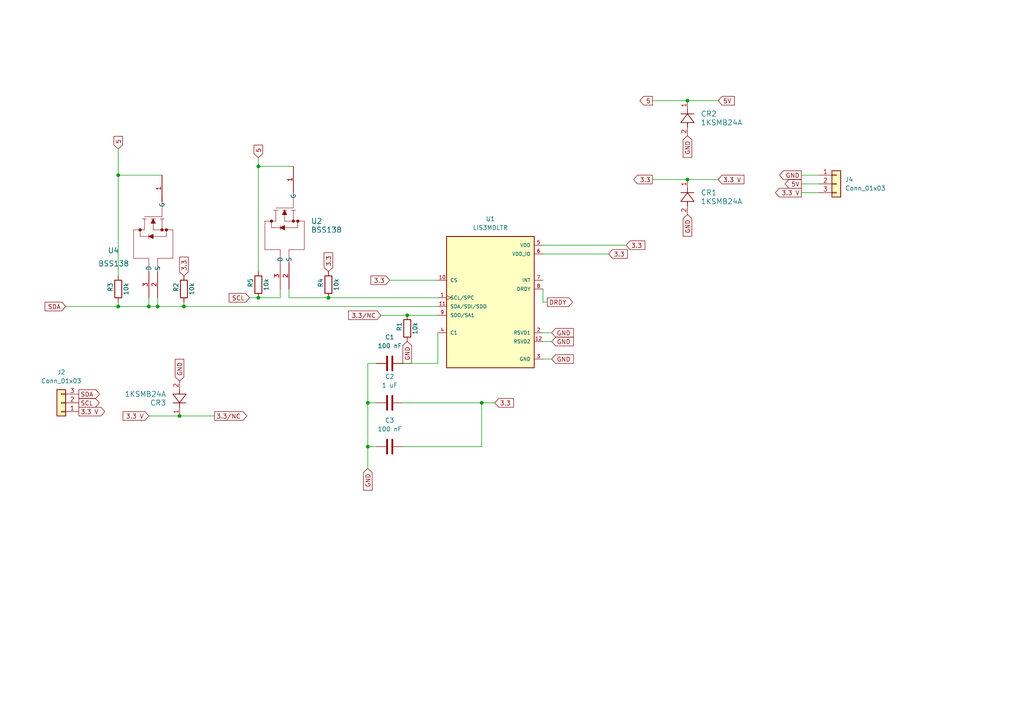
<source format=kicad_sch>
(kicad_sch (version 20231120) (generator "eeschema") (generator_version "8.0")
  (paper "A4")
  (lib_symbols
    (symbol "BSS138_1" (pin_names (offset 0.254))
      (property "Reference" "U" (at 14.478 1.524 0))
      (property "Value" "BSS138" (at 15.494 4.318 0))
      (symbol "BSS138_1_0_1"
        (polyline (pts (xy 17.145 -8.89) (xy 17.145 -3.81)) (stroke (width 0.127)))
        (polyline (pts (xy 17.145 -3.81) (xy 11.43 -3.81)) (stroke (width 0.127)))
        (polyline (pts (xy 17.78 -9.525) (xy 17.78 -8.255)) (stroke (width 0.127)))
        (polyline (pts (xy 17.78 -8.89) (xy 20.955 -8.89)) (stroke (width 0.127)))
        (polyline (pts (xy 17.78 -6.985) (xy 17.78 -5.715)) (stroke (width 0.127)))
        (polyline (pts (xy 17.78 -6.35) (xy 19.05 -6.985)) (stroke (width 0.127)))
        (polyline (pts (xy 17.78 -4.445) (xy 17.78 -3.175)) (stroke (width 0.127)))
        (polyline (pts (xy 17.78 -3.81) (xy 20.955 -3.81)) (stroke (width 0.127)))
        (polyline (pts (xy 19.05 -6.985) (xy 19.05 -5.715)) (stroke (width 0.127)))
        (polyline (pts (xy 19.05 -5.715) (xy 17.78 -6.35)) (stroke (width 0.127)))
        (polyline (pts (xy 20.955 -12.065) (xy 20.955 -8.89)) (stroke (width 0.127)))
        (polyline (pts (xy 20.955 -10.16) (xy 22.86 -10.16)) (stroke (width 0.127)))
        (polyline (pts (xy 20.955 -6.35) (xy 17.78 -6.35)) (stroke (width 0.127)))
        (polyline (pts (xy 20.955 -6.35) (xy 20.955 -0.635)) (stroke (width 0.127)))
        (polyline (pts (xy 20.955 -0.635) (xy 29.21 -0.635)) (stroke (width 0.127)))
        (polyline (pts (xy 22.225 -7.62) (xy 23.495 -7.62)) (stroke (width 0.127)))
        (polyline (pts (xy 22.225 -6.35) (xy 23.495 -6.35)) (stroke (width 0.127)))
        (polyline (pts (xy 22.86 -10.16) (xy 22.86 -2.54)) (stroke (width 0.127)))
        (polyline (pts (xy 22.86 -7.62) (xy 22.225 -6.35)) (stroke (width 0.127)))
        (polyline (pts (xy 22.86 -2.54) (xy 20.955 -2.54)) (stroke (width 0.127)))
        (polyline (pts (xy 23.495 -6.35) (xy 22.86 -7.62)) (stroke (width 0.127)))
        (polyline (pts (xy 29.21 -12.065) (xy 20.955 -12.065)) (stroke (width 0.127)))
        (polyline (pts (xy 29.21 -7.62) (xy 29.21 -12.065)) (stroke (width 0.127)))
        (polyline (pts (xy 29.21 -0.635) (xy 29.21 -5.08)) (stroke (width 0.127)))
        (polyline (pts (xy 33.02 -7.62) (xy 29.21 -7.62)) (stroke (width 0.127)))
        (polyline (pts (xy 33.02 -5.08) (xy 29.21 -5.08)) (stroke (width 0.127)))
        (polyline (pts (xy 17.78 -6.35) (xy 19.05 -6.985) (xy 19.05 -5.715)) (fill (type outline)))
        (polyline (pts (xy 22.225 -6.35) (xy 22.86 -7.62) (xy 23.495 -6.35)) (fill (type outline)))
        (circle (center 20.955 -10.16) (radius 0.254) (stroke (width 0.381)))
        (circle (center 20.955 -3.81) (radius 0.254) (stroke (width 0.381)))
        (circle (center 20.955 -2.54) (radius 0.254) (stroke (width 0.381)))
        (pin unspecified line (at 5.08 -3.81 0) (length 7.62) (name "G") (number "1"))
        (pin unspecified line (at 40.64 -5.08 180) (length 7.62) (name "S") (number "2"))
        (pin unspecified line (at 40.64 -7.62 180) (length 7.62) (name "D") (number "3"))
      )
    )
    (symbol "Connector_Generic:Conn_01x03" (pin_names (offset 1.016) hide)
      (property "Reference" "J" (at 0 5.08 0))
      (property "Value" "Conn_01x03" (at 0 -5.08 0))
      (symbol "Conn_01x03_1_1"
        (rectangle (start -1.27 -2.413) (end 0 -2.667) (stroke (width 0.1524)))
        (rectangle (start -1.27 0.127) (end 0 -0.127) (stroke (width 0.1524)))
        (rectangle (start -1.27 2.667) (end 0 2.413) (stroke (width 0.1524)))
        (rectangle (start -1.27 3.81) (end 1.27 -3.81) (stroke (width 0.254)) (fill (type background)))
        (pin passive line (at -5.08 2.54 0) (length 3.81) (name "Pin_1") (number "1"))
        (pin passive line (at -5.08 0 0) (length 3.81) (name "Pin_2") (number "2"))
        (pin passive line (at -5.08 -2.54 0) (length 3.81) (name "Pin_3") (number "3"))
      )
    )
    (symbol "Device:C" (pin_numbers hide) (pin_names (offset 0.254))
      (property "Reference" "C" (at 0.635 2.54 0))
      (property "Value" "C" (at 0.635 -2.54 0))
      (symbol "C_0_1"
        (polyline (pts (xy -2.032 -0.762) (xy 2.032 -0.762)) (stroke (width 0.508)))
        (polyline (pts (xy -2.032 0.762) (xy 2.032 0.762)) (stroke (width 0.508)))
      )
      (symbol "C_1_1"
        (pin passive line (at 0 3.81 270) (length 2.794) (name "~") (number "1"))
        (pin passive line (at 0 -3.81 90) (length 2.794) (name "~") (number "2"))
      )
    )
    (symbol "Device:R" (pin_numbers hide) (pin_names (offset 0))
      (property "Reference" "R" (at 2.032 0 90))
      (property "Value" "R" (at 0 0 90))
      (symbol "R_0_1"
        (rectangle (start -1.016 -2.54) (end 1.016 2.54) (stroke (width 0.254)))
      )
      (symbol "R_1_1"
        (pin passive line (at 0 3.81 270) (length 1.27) (name "~") (number "1"))
        (pin passive line (at 0 -3.81 90) (length 1.27) (name "~") (number "2"))
      )
    )
    (symbol "LIS3MDLTR:LIS3MDLTR" (pin_names (offset 1.016))
      (property "Reference" "U" (at -12.7065 18.2947 0))
      (property "Value" "LIS3MDLTR" (at -12.7188 -22.8826 0))
      (symbol "LIS3MDLTR_0_0"
        (rectangle (start -12.7 -20.32) (end 12.7 17.78) (stroke (width 0.254)) (fill (type background)))
        (pin input clock (at -15.24 0 0) (length 2.54) (name "SCL/SPC") (number "1"))
        (pin input line (at -15.24 5.08 0) (length 2.54) (name "CS") (number "10"))
        (pin bidirectional line (at -15.24 -2.54 0) (length 2.54) (name "SDA/SDI/SDO") (number "11"))
        (pin passive line (at 15.24 -12.7 180) (length 2.54) (name "RSVD2") (number "12"))
        (pin passive line (at 15.24 -10.16 180) (length 2.54) (name "RSVD1") (number "2"))
        (pin power_in line (at 15.24 -17.78 180) (length 2.54) (name "GND") (number "3"))
        (pin passive line (at -15.24 -10.16 0) (length 2.54) (name "C1") (number "4"))
        (pin power_in line (at 15.24 15.24 180) (length 2.54) (name "VDD") (number "5"))
        (pin power_in line (at 15.24 12.7 180) (length 2.54) (name "VDD_IO") (number "6"))
        (pin output line (at 15.24 5.08 180) (length 2.54) (name "INT") (number "7"))
        (pin output line (at 15.24 2.54 180) (length 2.54) (name "DRDY") (number "8"))
        (pin bidirectional line (at -15.24 -5.08 0) (length 2.54) (name "SDO/SA1") (number "9"))
      )
    )
    (symbol "TVS Diode:1KSMB24A" (pin_names (offset 0.254))
      (property "Reference" "CR" (at 5.08 4.445 0))
      (property "Value" "1KSMB24A" (at 5.08 -3.81 0))
      (symbol "1KSMB24A_1_1"
        (polyline (pts (xy 2.54 0) (xy 3.4798 0)) (stroke (width 0.2032)))
        (polyline (pts (xy 3.175 0) (xy 3.81 0)) (stroke (width 0.2032)))
        (polyline (pts (xy 3.81 -1.905) (xy 6.35 0)) (stroke (width 0.2032)))
        (polyline (pts (xy 3.81 1.905) (xy 3.81 -1.905)) (stroke (width 0.2032)))
        (polyline (pts (xy 6.35 -1.905) (xy 6.35 1.905)) (stroke (width 0.2032)))
        (polyline (pts (xy 6.35 0) (xy 3.81 1.905)) (stroke (width 0.2032)))
        (polyline (pts (xy 6.35 0) (xy 7.62 0)) (stroke (width 0.2032)))
        (pin unspecified line (at 10.16 0 180) (length 2.54) (name "") (number "1"))
        (pin unspecified line (at 0 0 0) (length 2.54) (name "") (number "2"))
      )
      (symbol "1KSMB24A_1_2"
        (polyline (pts (xy -1.905 3.81) (xy 1.905 3.81)) (stroke (width 0.2032)))
        (polyline (pts (xy 0 2.54) (xy 0 3.4798)) (stroke (width 0.2032)))
        (polyline (pts (xy 0 3.175) (xy 0 3.81)) (stroke (width 0.2032)))
        (polyline (pts (xy 0 6.35) (xy -1.905 3.81)) (stroke (width 0.2032)))
        (polyline (pts (xy 0 6.35) (xy 0 7.62)) (stroke (width 0.2032)))
        (polyline (pts (xy 1.905 3.81) (xy 0 6.35)) (stroke (width 0.2032)))
        (polyline (pts (xy 1.905 6.35) (xy -1.905 6.35)) (stroke (width 0.2032)))
        (pin unspecified line (at 0 10.16 270) (length 2.54) (name "") (number "1"))
        (pin unspecified line (at 0 0 90) (length 2.54) (name "") (number "2"))
      )
    )
  )
  (junction (at 139.7 116.84))
  (junction (at 106.68 116.84))
  (junction (at 45.72 88.9))
  (junction (at 74.93 86.36))
  (junction (at 199.39 52.07))
  (junction (at 52.07 120.65))
  (junction (at 34.29 50.8))
  (junction (at 95.25 86.36))
  (junction (at 106.68 129.54))
  (junction (at 199.39 29.21))
  (junction (at 118.11 91.44))
  (junction (at 43.18 88.9))
  (junction (at 34.29 88.9))
  (junction (at 74.93 48.26))
  (junction (at 53.34 88.9))
  (wire (pts (xy 72.39 86.36) (xy 74.93 86.36)))
  (wire (pts (xy 116.84 129.54) (xy 139.7 129.54)))
  (wire (pts (xy 43.18 88.9) (xy 45.72 88.9)))
  (wire (pts (xy 106.68 116.84) (xy 106.68 129.54)))
  (wire (pts (xy 34.29 50.8) (xy 34.29 80.01)))
  (wire (pts (xy 53.34 87.63) (xy 53.34 88.9)))
  (wire (pts (xy 74.93 48.26) (xy 74.93 78.74)))
  (wire (pts (xy 109.22 105.41) (xy 106.68 105.41)))
  (wire (pts (xy 232.41 55.88) (xy 237.49 55.88)))
  (wire (pts (xy 45.72 88.9) (xy 53.34 88.9)))
  (wire (pts (xy 118.11 91.44) (xy 127 91.44)))
  (wire (pts (xy 199.39 52.07) (xy 208.28 52.07)))
  (wire (pts (xy 19.05 88.9) (xy 34.29 88.9)))
  (wire (pts (xy 106.68 129.54) (xy 109.22 129.54)))
  (wire (pts (xy 74.93 45.72) (xy 74.93 48.26)))
  (wire (pts (xy 34.29 87.63) (xy 34.29 88.9)))
  (wire (pts (xy 160.02 104.14) (xy 157.48 104.14)))
  (wire (pts (xy 34.29 43.18) (xy 34.29 50.8)))
  (wire (pts (xy 116.84 116.84) (xy 139.7 116.84)))
  (wire (pts (xy 157.48 96.52) (xy 160.02 96.52)))
  (wire (pts (xy 83.82 83.82) (xy 83.82 86.36)))
  (wire (pts (xy 110.49 91.44) (xy 118.11 91.44)))
  (wire (pts (xy 62.23 120.65) (xy 52.07 120.65)))
  (wire (pts (xy 34.29 88.9) (xy 43.18 88.9)))
  (wire (pts (xy 106.68 105.41) (xy 106.68 116.84)))
  (wire (pts (xy 189.23 52.07) (xy 199.39 52.07)))
  (wire (pts (xy 157.48 87.63) (xy 157.48 83.82)))
  (wire (pts (xy 34.29 50.8) (xy 46.99 50.8)))
  (wire (pts (xy 74.93 48.26) (xy 85.09 48.26)))
  (wire (pts (xy 106.68 129.54) (xy 106.68 135.89)))
  (wire (pts (xy 52.07 120.65) (xy 43.18 120.65)))
  (wire (pts (xy 45.72 86.36) (xy 45.72 88.9)))
  (wire (pts (xy 232.41 53.34) (xy 237.49 53.34)))
  (wire (pts (xy 53.34 88.9) (xy 127 88.9)))
  (wire (pts (xy 157.48 73.66) (xy 176.53 73.66)))
  (wire (pts (xy 43.18 86.36) (xy 43.18 88.9)))
  (wire (pts (xy 199.39 29.21) (xy 208.28 29.21)))
  (wire (pts (xy 139.7 116.84) (xy 143.51 116.84)))
  (wire (pts (xy 127 105.41) (xy 127 96.52)))
  (wire (pts (xy 189.23 29.21) (xy 199.39 29.21)))
  (wire (pts (xy 83.82 86.36) (xy 95.25 86.36)))
  (wire (pts (xy 232.41 50.8) (xy 237.49 50.8)))
  (wire (pts (xy 95.25 86.36) (xy 127 86.36)))
  (wire (pts (xy 113.03 81.28) (xy 127 81.28)))
  (wire (pts (xy 157.48 99.06) (xy 160.02 99.06)))
  (wire (pts (xy 74.93 86.36) (xy 81.28 86.36)))
  (wire (pts (xy 139.7 129.54) (xy 139.7 116.84)))
  (wire (pts (xy 81.28 86.36) (xy 81.28 83.82)))
  (wire (pts (xy 106.68 116.84) (xy 109.22 116.84)))
  (wire (pts (xy 157.48 71.12) (xy 181.61 71.12)))
  (wire (pts (xy 116.84 105.41) (xy 127 105.41)))
  (wire (pts (xy 158.75 87.63) (xy 157.48 87.63)))
  (global_label "3.3" (shape input) (at 95.25 78.74 90) (property "Intersheetrefs" "${INTERSHEET_REFS}" (effects (hide yes))))
  (global_label "3.3 V" (shape output) (at 22.86 119.38 0) (property "Intersheetrefs" "${INTERSHEET_REFS}" (effects (hide yes))))
  (global_label "5V" (shape input) (at 208.28 29.21 0) (property "Intersheetrefs" "${INTERSHEET_REFS}" (effects (hide yes))))
  (global_label "3.3" (shape input) (at 53.34 80.01 90) (property "Intersheetrefs" "${INTERSHEET_REFS}" (effects (hide yes))))
  (global_label "SDA" (shape input) (at 19.05 88.9 180) (property "Intersheetrefs" "${INTERSHEET_REFS}" (effects (hide yes))))
  (global_label "SCL" (shape output) (at 22.86 116.84 0) (property "Intersheetrefs" "${INTERSHEET_REFS}" (effects (hide yes))))
  (global_label "GND" (shape input) (at 160.02 99.06 0) (property "Intersheetrefs" "${INTERSHEET_REFS}" (effects (hide yes))))
  (global_label "3.3 V" (shape output) (at 232.41 55.88 180) (property "Intersheetrefs" "${INTERSHEET_REFS}" (effects (hide yes))))
  (global_label "SDA" (shape output) (at 22.86 114.3 0) (property "Intersheetrefs" "${INTERSHEET_REFS}" (effects (hide yes))))
  (global_label "GND" (shape input) (at 52.07 110.49 90) (property "Intersheetrefs" "${INTERSHEET_REFS}" (effects (hide yes))))
  (global_label "GND" (shape input) (at 118.11 99.06 270) (property "Intersheetrefs" "${INTERSHEET_REFS}" (effects (hide yes))))
  (global_label "GND" (shape input) (at 106.68 135.89 270) (property "Intersheetrefs" "${INTERSHEET_REFS}" (effects (hide yes))))
  (global_label "3.3{slash}NC" (shape input) (at 110.49 91.44 180) (property "Intersheetrefs" "${INTERSHEET_REFS}" (effects (hide yes))))
  (global_label "3.3" (shape input) (at 143.51 116.84 0) (property "Intersheetrefs" "${INTERSHEET_REFS}" (effects (hide yes))))
  (global_label "GND" (shape input) (at 160.02 96.52 0) (property "Intersheetrefs" "${INTERSHEET_REFS}" (effects (hide yes))))
  (global_label "3.3" (shape input) (at 181.61 71.12 0) (property "Intersheetrefs" "${INTERSHEET_REFS}" (effects (hide yes))))
  (global_label "SCL" (shape input) (at 72.39 86.36 180) (property "Intersheetrefs" "${INTERSHEET_REFS}" (effects (hide yes))))
  (global_label "5" (shape output) (at 189.23 29.21 180) (property "Intersheetrefs" "${INTERSHEET_REFS}" (effects (hide yes))))
  (global_label "5V" (shape output) (at 232.41 53.34 180) (property "Intersheetrefs" "${INTERSHEET_REFS}" (effects (hide yes))))
  (global_label "3.3" (shape input) (at 176.53 73.66 0) (property "Intersheetrefs" "${INTERSHEET_REFS}" (effects (hide yes))))
  (global_label "DRDY" (shape output) (at 158.75 87.63 0) (property "Intersheetrefs" "${INTERSHEET_REFS}" (effects (hide yes))))
  (global_label "GND" (shape input) (at 160.02 104.14 0) (property "Intersheetrefs" "${INTERSHEET_REFS}" (effects (hide yes))))
  (global_label "3.3{slash}NC" (shape output) (at 62.23 120.65 0) (property "Intersheetrefs" "${INTERSHEET_REFS}" (effects (hide yes))))
  (global_label "5" (shape input) (at 34.29 43.18 90) (property "Intersheetrefs" "${INTERSHEET_REFS}" (effects (hide yes))))
  (global_label "3.3 V" (shape input) (at 208.28 52.07 0) (property "Intersheetrefs" "${INTERSHEET_REFS}" (effects (hide yes))))
  (global_label "3.3" (shape output) (at 189.23 52.07 180) (property "Intersheetrefs" "${INTERSHEET_REFS}" (effects (hide yes))))
  (global_label "3.3 V" (shape input) (at 43.18 120.65 180) (property "Intersheetrefs" "${INTERSHEET_REFS}" (effects (hide yes))))
  (global_label "3.3" (shape input) (at 113.03 81.28 180) (property "Intersheetrefs" "${INTERSHEET_REFS}" (effects (hide yes))))
  (global_label "5" (shape input) (at 74.93 45.72 90) (property "Intersheetrefs" "${INTERSHEET_REFS}" (effects (hide yes))))
  (global_label "GND" (shape input) (at 199.39 39.37 270) (property "Intersheetrefs" "${INTERSHEET_REFS}" (effects (hide yes))))
  (global_label "GND" (shape input) (at 199.39 62.23 270) (property "Intersheetrefs" "${INTERSHEET_REFS}" (effects (hide yes))))
  (global_label "GND" (shape output) (at 232.41 50.8 180) (property "Intersheetrefs" "${INTERSHEET_REFS}" (effects (hide yes))))
  (symbol (lib_id "Device:R") (at 74.93 82.55 180) (unit 1)
    (property "Reference" "R5" (at 72.644 82.042 90))
    (property "Value" "10k" (at 77.216 82.55 90))
    (property "Footprint" "Resistor_SMD:R_0201_0603Metric_Pad0.64x0.40mm_HandSolder" (effects (hide yes)))
    (property "Description" "Resistor" (effects (hide yes)))
  )
  (symbol (lib_id "Connector_Generic:Conn_01x03") (at 242.57 53.34 0) (unit 1)
    (property "Reference" "J4" (at 245.11 52.0699 0) (effects (justify left)))
    (property "Value" "Conn_01x03" (at 245.11 54.6099 0) (effects (justify left)))
    (property "Footprint" "Connector_JST:JST_EH_B3B-EH-A_1x03_P2.50mm_Vertical" (effects (hide yes)))
    (property "Description" "Generic connector, single row, 01x03, script generated (kicad-library-utils/schlib/autogen/connector/)" (effects (hide yes)))
  )
  (symbol (lib_name "BSS138_1") (lib_id "Transistor:BSS138") (at 88.9 43.18 270) (unit 1)
    (property "Reference" "U2" (at 90.17 64.1349 90) (effects (font (size 1.524 1.524)) (justify left)))
    (property "Value" "BSS138" (at 90.17 66.6749 90) (effects (font (size 1.524 1.524)) (justify left)))
    (property "Footprint" "Transistor:BSS138" (effects (hide yes)))
    (property "Datasheet" "BSS138" (effects (hide yes)))
  )
  (symbol (lib_name "BSS138_1") (lib_id "Transistor:BSS138") (at 50.8 45.72 270) (unit 1)
    (property "Reference" "U4" (at 31.242 72.644 90) (effects (font (size 1.524 1.524)) (justify left)))
    (property "Value" "BSS138" (at 28.448 76.454 90) (effects (font (size 1.524 1.524)) (justify left)))
    (property "Footprint" "Transistor:BSS138" (effects (hide yes)))
    (property "Datasheet" "BSS138" (effects (hide yes)))
  )
  (symbol (lib_id "Device:C") (at 113.03 116.84 90) (unit 1)
    (property "Reference" "C2" (at 113.03 109.22 90))
    (property "Value" "1 uF" (at 113.03 111.76 90))
    (property "Footprint" "Capacitor_SMD:CP_Elec_3x5.3" (effects (hide yes)))
    (property "Description" "Unpolarized capacitor" (effects (hide yes)))
  )
  (symbol (lib_id "Device:R") (at 118.11 95.25 180) (unit 1)
    (property "Reference" "R1" (at 115.824 94.742 90))
    (property "Value" "10k" (at 120.396 95.25 90))
    (property "Footprint" "Resistor_SMD:R_0201_0603Metric_Pad0.64x0.40mm_HandSolder" (effects (hide yes)))
    (property "Description" "Resistor" (effects (hide yes)))
  )
  (symbol (lib_id "Device:R") (at 95.25 82.55 180) (unit 1)
    (property "Reference" "R4" (at 92.964 82.042 90))
    (property "Value" "10k" (at 97.536 82.55 90))
    (property "Footprint" "Resistor_SMD:R_0201_0603Metric_Pad0.64x0.40mm_HandSolder" (effects (hide yes)))
    (property "Description" "Resistor" (effects (hide yes)))
  )
  (symbol (lib_id "LIS3MDLTR:LIS3MDLTR") (at 142.24 86.36 0) (unit 1)
    (property "Reference" "U1" (at 142.24 63.5 0))
    (property "Value" "LIS3MDLTR" (at 142.24 66.04 0))
    (property "Footprint" "Magnetometer:XDCR_LIS3MDLTR" (effects (hide yes)))
    (property "MF" "STMicroelectronics" (effects (hide yes)))
    (property "DESCRIPTION" "LIS3MDL Series 3 Axis ±2/±8/±12/±16 g 3.6V High Performance Magnetometer LGA-12" (effects (hide yes)))
    (property "PACKAGE" "VFLGA-12 STMicroelectronics" (effects (hide yes)))
    (property "PRICE" "None" (effects (hide yes)))
    (property "STANDARD" "Manufacturer Recommendation" (effects (hide yes)))
    (property "PARTREV" "6" (effects (hide yes)))
    (property "MP" "LIS3MDLTR" (effects (hide yes)))
    (property "AVAILABILITY" "Unavailable" (effects (hide yes)))
    (property "MAXIMUM_PACKAGE_HEIGHT" "1mm" (effects (hide yes)))
  )
  (symbol (lib_id "Device:C") (at 113.03 129.54 90) (unit 1)
    (property "Reference" "C3" (at 113.03 121.92 90))
    (property "Value" "100 nF" (at 113.03 124.46 90))
    (property "Footprint" "Capacitor_SMD:CP_Elec_3x5.3" (effects (hide yes)))
    (property "Description" "Unpolarized capacitor" (effects (hide yes)))
  )
  (symbol (lib_id "TVS Diode:1KSMB24A") (at 199.39 39.37 90) (unit 1)
    (property "Reference" "CR2" (at 203.2 33.0199 90) (effects (font (size 1.524 1.524)) (justify right)))
    (property "Value" "1KSMB24A" (at 203.2 35.5599 90) (effects (font (size 1.524 1.524)) (justify right)))
    (property "Footprint" "TVS Diode:1KSMB24A" (effects (hide yes)))
    (property "Datasheet" "1KSMB24A" (effects (hide yes)))
  )
  (symbol (lib_id "Device:C") (at 113.03 105.41 90) (unit 1)
    (property "Reference" "C1" (at 113.03 97.79 90))
    (property "Value" "100 nF" (at 113.03 100.33 90))
    (property "Footprint" "Capacitor_SMD:CP_Elec_3x5.3" (effects (hide yes)))
    (property "Description" "Unpolarized capacitor" (effects (hide yes)))
  )
  (symbol (lib_id "Device:R") (at 53.34 83.82 180) (unit 1)
    (property "Reference" "R2" (at 51.054 83.312 90))
    (property "Value" "10k" (at 55.626 83.82 90))
    (property "Footprint" "Resistor_SMD:R_0201_0603Metric_Pad0.64x0.40mm_HandSolder" (effects (hide yes)))
    (property "Description" "Resistor" (effects (hide yes)))
  )
  (symbol (lib_id "TVS Diode:1KSMB24A") (at 52.07 110.49 270) (unit 1)
    (property "Reference" "CR3" (at 48.26 116.8401 90) (effects (font (size 1.524 1.524)) (justify right)))
    (property "Value" "1KSMB24A" (at 48.26 114.3001 90) (effects (font (size 1.524 1.524)) (justify right)))
    (property "Footprint" "TVS Diode:1KSMB24A" (effects (hide yes)))
    (property "Datasheet" "1KSMB24A" (effects (hide yes)))
  )
  (symbol (lib_id "Device:R") (at 34.29 83.82 180) (unit 1)
    (property "Reference" "R3" (at 32.004 83.312 90))
    (property "Value" "10k" (at 36.576 83.82 90))
    (property "Footprint" "Resistor_SMD:R_0201_0603Metric_Pad0.64x0.40mm_HandSolder" (effects (hide yes)))
    (property "Description" "Resistor" (effects (hide yes)))
  )
  (symbol (lib_id "TVS Diode:1KSMB24A") (at 199.39 62.23 90) (unit 1)
    (property "Reference" "CR1" (at 203.2 55.8799 90) (effects (font (size 1.524 1.524)) (justify right)))
    (property "Value" "1KSMB24A" (at 203.2 58.4199 90) (effects (font (size 1.524 1.524)) (justify right)))
    (property "Footprint" "TVS Diode:1KSMB24A" (effects (hide yes)))
    (property "Datasheet" "1KSMB24A" (effects (hide yes)))
  )
  (symbol (lib_id "Connector_Generic:Conn_01x03") (at 17.78 116.84 180) (unit 1)
    (property "Reference" "J2" (at 17.78 107.95 0))
    (property "Value" "Conn_01x03" (at 17.78 110.49 0))
    (property "Footprint" "Connector_JST:JST_EH_B3B-EH-A_1x03_P2.50mm_Vertical" (effects (hide yes)))
    (property "Description" "Generic connector, single row, 01x03, script generated (kicad-library-utils/schlib/autogen/connector/)" (effects (hide yes)))
  )
)
</source>
